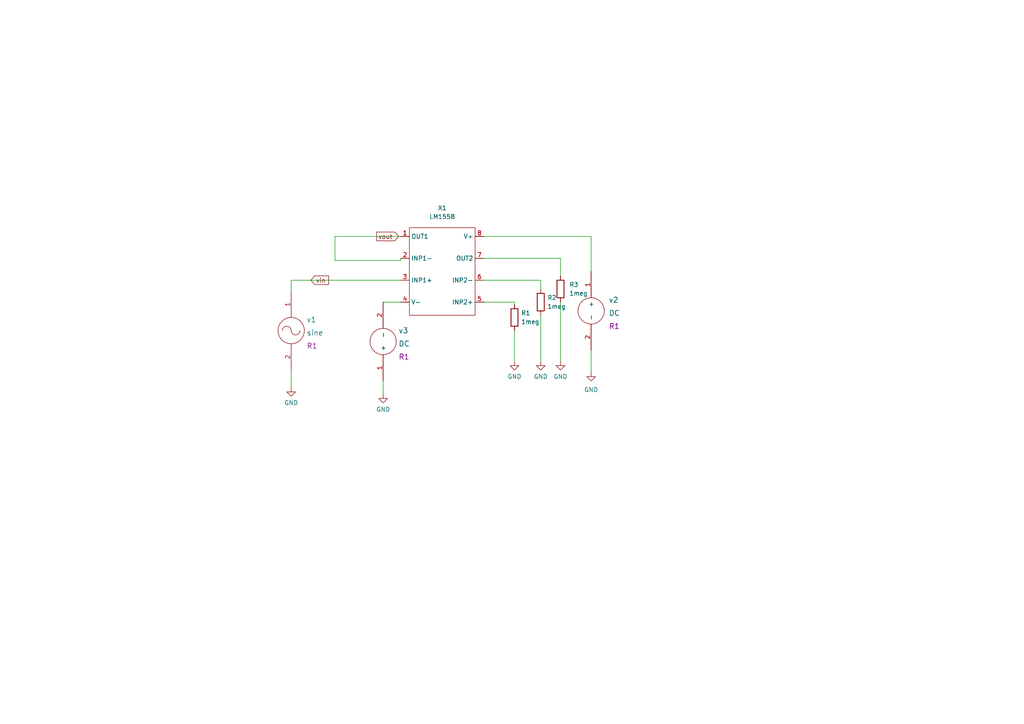
<source format=kicad_sch>
(kicad_sch (version 20211123) (generator eeschema)

  (uuid 28bf57c2-8782-45f5-ad81-5c1f4fd5bc77)

  (paper "A4")

  (lib_symbols
    (symbol "eSim_Devices:resistor" (pin_numbers hide) (pin_names (offset 0)) (in_bom yes) (on_board yes)
      (property "Reference" "R" (id 0) (at 1.27 3.302 0)
        (effects (font (size 1.27 1.27)))
      )
      (property "Value" "resistor" (id 1) (at 1.27 -1.27 0)
        (effects (font (size 1.27 1.27)))
      )
      (property "Footprint" "" (id 2) (at 1.27 -0.508 0)
        (effects (font (size 0.762 0.762)))
      )
      (property "Datasheet" "" (id 3) (at 1.27 1.27 90)
        (effects (font (size 0.762 0.762)))
      )
      (property "ki_fp_filters" "R_* Resistor_*" (id 4) (at 0 0 0)
        (effects (font (size 1.27 1.27)) hide)
      )
      (symbol "resistor_0_1"
        (rectangle (start 3.81 0.254) (end -1.27 2.286)
          (stroke (width 0.254) (type default) (color 0 0 0 0))
          (fill (type none))
        )
      )
      (symbol "resistor_1_1"
        (pin passive line (at -2.54 1.27 0) (length 1.27)
          (name "~" (effects (font (size 1.524 1.524))))
          (number "1" (effects (font (size 1.524 1.524))))
        )
        (pin passive line (at 5.08 1.27 180) (length 1.27)
          (name "~" (effects (font (size 1.524 1.524))))
          (number "2" (effects (font (size 1.524 1.524))))
        )
      )
    )
    (symbol "eSim_Power:eSim_GND" (power) (pin_names (offset 0)) (in_bom yes) (on_board yes)
      (property "Reference" "#PWR" (id 0) (at 0 -6.35 0)
        (effects (font (size 1.27 1.27)) hide)
      )
      (property "Value" "eSim_GND" (id 1) (at 0 -3.81 0)
        (effects (font (size 1.27 1.27)))
      )
      (property "Footprint" "" (id 2) (at 0 0 0)
        (effects (font (size 1.27 1.27)) hide)
      )
      (property "Datasheet" "" (id 3) (at 0 0 0)
        (effects (font (size 1.27 1.27)) hide)
      )
      (symbol "eSim_GND_0_1"
        (polyline
          (pts
            (xy 0 0)
            (xy 0 -1.27)
            (xy 1.27 -1.27)
            (xy 0 -2.54)
            (xy -1.27 -1.27)
            (xy 0 -1.27)
          )
          (stroke (width 0) (type default) (color 0 0 0 0))
          (fill (type none))
        )
      )
      (symbol "eSim_GND_1_1"
        (pin power_in line (at 0 0 270) (length 0) hide
          (name "GND" (effects (font (size 1.27 1.27))))
          (number "1" (effects (font (size 1.27 1.27))))
        )
      )
    )
    (symbol "eSim_Sources:DC" (pin_names (offset 1.016)) (in_bom yes) (on_board yes)
      (property "Reference" "v" (id 0) (at -5.08 2.54 0)
        (effects (font (size 1.524 1.524)))
      )
      (property "Value" "DC" (id 1) (at -5.08 -1.27 0)
        (effects (font (size 1.524 1.524)))
      )
      (property "Footprint" "R1" (id 2) (at -7.62 0 0)
        (effects (font (size 1.524 1.524)))
      )
      (property "Datasheet" "" (id 3) (at 0 0 0)
        (effects (font (size 1.524 1.524)))
      )
      (property "ki_fp_filters" "1_pin" (id 4) (at 0 0 0)
        (effects (font (size 1.27 1.27)) hide)
      )
      (symbol "DC_0_1"
        (circle (center 0 0) (radius 3.81)
          (stroke (width 0) (type default) (color 0 0 0 0))
          (fill (type none))
        )
      )
      (symbol "DC_1_1"
        (pin power_out line (at 0 11.43 270) (length 7.62)
          (name "+" (effects (font (size 1.27 1.27))))
          (number "1" (effects (font (size 1.27 1.27))))
        )
        (pin power_out line (at 0 -11.43 90) (length 7.62)
          (name "-" (effects (font (size 1.27 1.27))))
          (number "2" (effects (font (size 1.27 1.27))))
        )
      )
    )
    (symbol "eSim_Sources:sine" (pin_names (offset 1.016)) (in_bom yes) (on_board yes)
      (property "Reference" "v" (id 0) (at -5.08 2.54 0)
        (effects (font (size 1.524 1.524)))
      )
      (property "Value" "sine" (id 1) (at -5.08 -1.27 0)
        (effects (font (size 1.524 1.524)))
      )
      (property "Footprint" "R1" (id 2) (at -7.62 0 0)
        (effects (font (size 1.524 1.524)))
      )
      (property "Datasheet" "" (id 3) (at 0 0 0)
        (effects (font (size 1.524 1.524)))
      )
      (property "ki_fp_filters" "1_pin" (id 4) (at 0 0 0)
        (effects (font (size 1.27 1.27)) hide)
      )
      (symbol "sine_0_1"
        (arc (start 0 0) (mid -1.27 1.27) (end -2.54 0)
          (stroke (width 0) (type default) (color 0 0 0 0))
          (fill (type none))
        )
        (arc (start 0 0) (mid 1.27 -1.27) (end 2.54 0)
          (stroke (width 0) (type default) (color 0 0 0 0))
          (fill (type none))
        )
        (circle (center 0 0) (radius 3.81)
          (stroke (width 0) (type default) (color 0 0 0 0))
          (fill (type none))
        )
      )
      (symbol "sine_1_1"
        (pin input line (at 0 11.43 270) (length 7.62)
          (name "+" (effects (font (size 0 0))))
          (number "1" (effects (font (size 1.27 1.27))))
        )
        (pin input line (at 0 -11.43 90) (length 7.62)
          (name "-" (effects (font (size 0 0))))
          (number "2" (effects (font (size 1.27 1.27))))
        )
      )
    )
    (symbol "eSim_Subckt:LM1558" (in_bom yes) (on_board yes)
      (property "Reference" "X" (id 0) (at 0 -2.54 0)
        (effects (font (size 1.27 1.27)))
      )
      (property "Value" "LM1558" (id 1) (at 0 0 0)
        (effects (font (size 1.27 1.27)))
      )
      (property "Footprint" "" (id 2) (at 0 0 0)
        (effects (font (size 1.27 1.27)) hide)
      )
      (property "Datasheet" "" (id 3) (at 0 0 0)
        (effects (font (size 1.27 1.27)) hide)
      )
      (symbol "LM1558_0_1"
        (rectangle (start -9.525 6.35) (end 9.525 -19.05)
          (stroke (width 0) (type default) (color 0 0 0 0))
          (fill (type none))
        )
      )
      (symbol "LM1558_1_1"
        (pin passive line (at -12.065 3.81 0) (length 2.54)
          (name "OUT1" (effects (font (size 1.27 1.27))))
          (number "1" (effects (font (size 1.27 1.27))))
        )
        (pin passive line (at -12.065 -2.54 0) (length 2.54)
          (name "INP1-" (effects (font (size 1.27 1.27))))
          (number "2" (effects (font (size 1.27 1.27))))
        )
        (pin passive line (at -12.065 -8.89 0) (length 2.54)
          (name "INP1+" (effects (font (size 1.27 1.27))))
          (number "3" (effects (font (size 1.27 1.27))))
        )
        (pin power_in line (at -12.065 -15.24 0) (length 2.54)
          (name "V-" (effects (font (size 1.27 1.27))))
          (number "4" (effects (font (size 1.27 1.27))))
        )
        (pin passive line (at 12.065 -15.24 180) (length 2.54)
          (name "INP2+" (effects (font (size 1.27 1.27))))
          (number "5" (effects (font (size 1.27 1.27))))
        )
        (pin passive line (at 12.065 -8.89 180) (length 2.54)
          (name "INP2-" (effects (font (size 1.27 1.27))))
          (number "6" (effects (font (size 1.27 1.27))))
        )
        (pin passive line (at 12.065 -2.54 180) (length 2.54)
          (name "OUT2" (effects (font (size 1.27 1.27))))
          (number "7" (effects (font (size 1.27 1.27))))
        )
        (pin power_in line (at 12.065 3.81 180) (length 2.54)
          (name "V+" (effects (font (size 1.27 1.27))))
          (number "8" (effects (font (size 1.27 1.27))))
        )
      )
    )
  )


  (wire (pts (xy 111.125 110.49) (xy 111.125 114.3))
    (stroke (width 0) (type default) (color 0 0 0 0))
    (uuid 18ecd037-a6bb-49c4-b0f4-19475cf397c1)
  )
  (wire (pts (xy 140.335 81.28) (xy 156.845 81.28))
    (stroke (width 0) (type default) (color 0 0 0 0))
    (uuid 416b6e8a-d280-48c8-b89b-2f0983de3934)
  )
  (wire (pts (xy 97.155 75.565) (xy 97.155 68.58))
    (stroke (width 0) (type default) (color 0 0 0 0))
    (uuid 4ab7e286-b634-40f7-84fc-21c6a21797f2)
  )
  (wire (pts (xy 171.45 101.6) (xy 171.45 107.95))
    (stroke (width 0) (type default) (color 0 0 0 0))
    (uuid 52edad35-6bf6-43f1-a1b9-55b7cf9c9a77)
  )
  (wire (pts (xy 140.335 87.63) (xy 149.225 87.63))
    (stroke (width 0) (type default) (color 0 0 0 0))
    (uuid 5b0101e8-0855-4809-9c69-3618c00c5196)
  )
  (wire (pts (xy 149.225 95.885) (xy 149.225 104.775))
    (stroke (width 0) (type default) (color 0 0 0 0))
    (uuid 5b049c5c-18c6-4ee8-9613-1074c2500001)
  )
  (wire (pts (xy 111.125 87.63) (xy 116.205 87.63))
    (stroke (width 0) (type default) (color 0 0 0 0))
    (uuid 634d895a-2aeb-4567-a134-3f4054af5100)
  )
  (wire (pts (xy 116.205 75.565) (xy 116.205 74.93))
    (stroke (width 0) (type default) (color 0 0 0 0))
    (uuid 803512c3-209a-45aa-96e9-b4cf4b7524b5)
  )
  (wire (pts (xy 140.335 74.93) (xy 162.56 74.93))
    (stroke (width 0) (type default) (color 0 0 0 0))
    (uuid 891e146f-8620-4294-8059-a59422ca5efd)
  )
  (wire (pts (xy 97.155 68.58) (xy 116.205 68.58))
    (stroke (width 0) (type default) (color 0 0 0 0))
    (uuid 8c64290a-017c-4584-b24a-fd11e6eda038)
  )
  (wire (pts (xy 84.455 81.28) (xy 116.205 81.28))
    (stroke (width 0) (type default) (color 0 0 0 0))
    (uuid 8d1729ce-afa3-4bd0-b06b-bba16a714b5a)
  )
  (wire (pts (xy 84.455 107.315) (xy 84.455 112.395))
    (stroke (width 0) (type default) (color 0 0 0 0))
    (uuid 9b0db146-b058-4c58-a915-2fc19635669c)
  )
  (wire (pts (xy 156.845 81.28) (xy 156.845 83.82))
    (stroke (width 0) (type default) (color 0 0 0 0))
    (uuid a191d1b2-d20e-4dc8-8be6-c0553475472f)
  )
  (wire (pts (xy 84.455 81.28) (xy 84.455 84.455))
    (stroke (width 0) (type default) (color 0 0 0 0))
    (uuid a640bfdd-6ad5-4eb1-ab39-6cbbffc103dd)
  )
  (wire (pts (xy 97.155 75.565) (xy 116.205 75.565))
    (stroke (width 0) (type default) (color 0 0 0 0))
    (uuid ab70a83e-c6ce-425d-976f-550054742430)
  )
  (wire (pts (xy 171.45 78.74) (xy 171.45 68.58))
    (stroke (width 0) (type default) (color 0 0 0 0))
    (uuid ad9ce5b1-1825-44e6-8ea8-9833bb582e4f)
  )
  (wire (pts (xy 156.845 91.44) (xy 156.845 104.775))
    (stroke (width 0) (type default) (color 0 0 0 0))
    (uuid c1a81e5c-138f-474e-9820-8a7422fe215f)
  )
  (wire (pts (xy 171.45 68.58) (xy 140.335 68.58))
    (stroke (width 0) (type default) (color 0 0 0 0))
    (uuid e61f35a7-b3a1-4344-b12f-583d6d65f1ae)
  )
  (wire (pts (xy 149.225 87.63) (xy 149.225 88.265))
    (stroke (width 0) (type default) (color 0 0 0 0))
    (uuid e6ff7ba8-bae5-4727-a86e-4198d22dc3b2)
  )
  (wire (pts (xy 162.56 87.63) (xy 162.56 104.775))
    (stroke (width 0) (type default) (color 0 0 0 0))
    (uuid ed0864bc-ef30-43b6-8003-f07b54e9f7a5)
  )
  (wire (pts (xy 162.56 74.93) (xy 162.56 80.01))
    (stroke (width 0) (type default) (color 0 0 0 0))
    (uuid ee5b9e9d-575e-4e6e-9548-f50b2343227c)
  )

  (global_label "vin" (shape input) (at 90.17 81.28 0) (fields_autoplaced)
    (effects (font (size 1.27 1.27)) (justify left))
    (uuid 48897bf1-a957-4fe0-a38d-0c935c339b3c)
    (property "Intersheet References" "${INTERSHEET_REFS}" (id 0) (at 95.3045 81.2006 0)
      (effects (font (size 1.27 1.27)) (justify left) hide)
    )
  )
  (global_label "vout" (shape output) (at 109.22 68.58 0) (fields_autoplaced)
    (effects (font (size 1.27 1.27)) (justify left))
    (uuid f7c4b9d6-bac7-45e1-b73d-7e0ae2e87fa2)
    (property "Intersheet References" "${INTERSHEET_REFS}" (id 0) (at 115.6245 68.5006 0)
      (effects (font (size 1.27 1.27)) (justify left) hide)
    )
  )

  (symbol (lib_id "eSim_Power:eSim_GND") (at 156.845 104.775 0) (unit 1)
    (in_bom yes) (on_board yes) (fields_autoplaced)
    (uuid 19b3b23c-6569-4658-a925-c1e3c042d55b)
    (property "Reference" "#PWR04" (id 0) (at 156.845 111.125 0)
      (effects (font (size 1.27 1.27)) hide)
    )
    (property "Value" "eSim_GND" (id 1) (at 156.845 109.22 0))
    (property "Footprint" "" (id 2) (at 156.845 104.775 0)
      (effects (font (size 1.27 1.27)) hide)
    )
    (property "Datasheet" "" (id 3) (at 156.845 104.775 0)
      (effects (font (size 1.27 1.27)) hide)
    )
    (pin "1" (uuid f7203524-d0b2-4214-a5d9-e669b09c6f95))
  )

  (symbol (lib_id "eSim_Devices:resistor") (at 158.115 88.9 90) (unit 1)
    (in_bom yes) (on_board yes) (fields_autoplaced)
    (uuid 2694f912-c5be-4d09-8863-ad830aa3f079)
    (property "Reference" "R2" (id 0) (at 158.75 86.3599 90)
      (effects (font (size 1.27 1.27)) (justify right))
    )
    (property "Value" "1meg" (id 1) (at 158.75 88.8999 90)
      (effects (font (size 1.27 1.27)) (justify right))
    )
    (property "Footprint" "" (id 2) (at 158.623 87.63 0)
      (effects (font (size 0.762 0.762)))
    )
    (property "Datasheet" "" (id 3) (at 156.845 87.63 90)
      (effects (font (size 0.762 0.762)))
    )
    (property "Spice_Primitive" "R" (id 4) (at 158.115 88.9 0)
      (effects (font (size 1.27 1.27)) hide)
    )
    (property "Spice_Model" "1meg" (id 5) (at 158.115 88.9 0)
      (effects (font (size 1.27 1.27)) hide)
    )
    (property "Spice_Netlist_Enabled" "Y" (id 6) (at 158.115 88.9 0)
      (effects (font (size 1.27 1.27)) hide)
    )
    (pin "1" (uuid 268c55f7-9f63-4a4c-ab09-a15171bb1900))
    (pin "2" (uuid 420e46eb-dc51-457a-9c0b-6a85682d8ef8))
  )

  (symbol (lib_id "eSim_Power:eSim_GND") (at 84.455 112.395 0) (unit 1)
    (in_bom yes) (on_board yes) (fields_autoplaced)
    (uuid 401ab62b-cd04-4689-8a18-1af0a6a43568)
    (property "Reference" "#PWR01" (id 0) (at 84.455 118.745 0)
      (effects (font (size 1.27 1.27)) hide)
    )
    (property "Value" "eSim_GND" (id 1) (at 84.455 116.84 0))
    (property "Footprint" "" (id 2) (at 84.455 112.395 0)
      (effects (font (size 1.27 1.27)) hide)
    )
    (property "Datasheet" "" (id 3) (at 84.455 112.395 0)
      (effects (font (size 1.27 1.27)) hide)
    )
    (pin "1" (uuid 3c687205-6bab-468b-9ada-b48b84744c3e))
  )

  (symbol (lib_id "eSim_Power:eSim_GND") (at 149.225 104.775 0) (unit 1)
    (in_bom yes) (on_board yes) (fields_autoplaced)
    (uuid 47cb2cce-2094-4d9b-85b1-4f8bac240b0e)
    (property "Reference" "#PWR03" (id 0) (at 149.225 111.125 0)
      (effects (font (size 1.27 1.27)) hide)
    )
    (property "Value" "eSim_GND" (id 1) (at 149.225 109.22 0))
    (property "Footprint" "" (id 2) (at 149.225 104.775 0)
      (effects (font (size 1.27 1.27)) hide)
    )
    (property "Datasheet" "" (id 3) (at 149.225 104.775 0)
      (effects (font (size 1.27 1.27)) hide)
    )
    (pin "1" (uuid ad9b2023-c6a7-4d66-b0e5-37fa29f823be))
  )

  (symbol (lib_id "eSim_Devices:resistor") (at 150.495 93.345 90) (unit 1)
    (in_bom yes) (on_board yes) (fields_autoplaced)
    (uuid 5c0eea7b-afa0-43d0-b799-7604b6ae08a6)
    (property "Reference" "R1" (id 0) (at 151.13 90.8049 90)
      (effects (font (size 1.27 1.27)) (justify right))
    )
    (property "Value" "1meg" (id 1) (at 151.13 93.3449 90)
      (effects (font (size 1.27 1.27)) (justify right))
    )
    (property "Footprint" "" (id 2) (at 151.003 92.075 0)
      (effects (font (size 0.762 0.762)))
    )
    (property "Datasheet" "" (id 3) (at 149.225 92.075 90)
      (effects (font (size 0.762 0.762)))
    )
    (property "Spice_Primitive" "R" (id 4) (at 150.495 93.345 0)
      (effects (font (size 1.27 1.27)) hide)
    )
    (property "Spice_Model" "1meg" (id 5) (at 150.495 93.345 0)
      (effects (font (size 1.27 1.27)) hide)
    )
    (property "Spice_Netlist_Enabled" "Y" (id 6) (at 150.495 93.345 0)
      (effects (font (size 1.27 1.27)) hide)
    )
    (pin "1" (uuid 1c92c5dc-59af-4237-a89c-761125f5ffbf))
    (pin "2" (uuid 5ee64cd2-e9b5-4807-b53c-3d073b586677))
  )

  (symbol (lib_id "eSim_Devices:resistor") (at 163.83 85.09 90) (unit 1)
    (in_bom yes) (on_board yes) (fields_autoplaced)
    (uuid 5f1cf706-4234-436e-93fa-460e61710fe5)
    (property "Reference" "R3" (id 0) (at 165.1 82.5499 90)
      (effects (font (size 1.27 1.27)) (justify right))
    )
    (property "Value" "1meg" (id 1) (at 165.1 85.0899 90)
      (effects (font (size 1.27 1.27)) (justify right))
    )
    (property "Footprint" "" (id 2) (at 164.338 83.82 0)
      (effects (font (size 0.762 0.762)))
    )
    (property "Datasheet" "" (id 3) (at 162.56 83.82 90)
      (effects (font (size 0.762 0.762)))
    )
    (property "Spice_Primitive" "R" (id 4) (at 163.83 85.09 0)
      (effects (font (size 1.27 1.27)) hide)
    )
    (property "Spice_Model" "1meg" (id 5) (at 163.83 85.09 0)
      (effects (font (size 1.27 1.27)) hide)
    )
    (property "Spice_Netlist_Enabled" "Y" (id 6) (at 163.83 85.09 0)
      (effects (font (size 1.27 1.27)) hide)
    )
    (pin "1" (uuid 204d0af4-03b1-498b-afb5-e8dfec2e8570))
    (pin "2" (uuid da36be04-df53-4d18-a8e9-284f8c5b197c))
  )

  (symbol (lib_id "eSim_Power:eSim_GND") (at 171.45 107.95 0) (unit 1)
    (in_bom yes) (on_board yes) (fields_autoplaced)
    (uuid 8f4c8aa7-55a2-4e34-89ff-6119216a96d9)
    (property "Reference" "#PWR06" (id 0) (at 171.45 114.3 0)
      (effects (font (size 1.27 1.27)) hide)
    )
    (property "Value" "eSim_GND" (id 1) (at 171.45 113.03 0))
    (property "Footprint" "" (id 2) (at 171.45 107.95 0)
      (effects (font (size 1.27 1.27)) hide)
    )
    (property "Datasheet" "" (id 3) (at 171.45 107.95 0)
      (effects (font (size 1.27 1.27)) hide)
    )
    (pin "1" (uuid 8d76e514-787b-436a-9e6a-cc98f005faaa))
  )

  (symbol (lib_id "eSim_Sources:sine") (at 84.455 95.885 0) (unit 1)
    (in_bom yes) (on_board yes) (fields_autoplaced)
    (uuid 92c7acef-0a2f-4263-bcad-5ad8f78eb01f)
    (property "Reference" "v1" (id 0) (at 88.9 92.71 0)
      (effects (font (size 1.524 1.524)) (justify left))
    )
    (property "Value" "sine" (id 1) (at 88.9 96.52 0)
      (effects (font (size 1.524 1.524)) (justify left))
    )
    (property "Footprint" "R1" (id 2) (at 88.9 100.33 0)
      (effects (font (size 1.524 1.524)) (justify left))
    )
    (property "Datasheet" "" (id 3) (at 84.455 95.885 0)
      (effects (font (size 1.524 1.524)))
    )
    (property "Spice_Primitive" "V" (id 4) (at 84.455 95.885 0)
      (effects (font (size 1.27 1.27)) hide)
    )
    (property "Spice_Model" "sin(2.5 1.0 1k)" (id 5) (at 84.455 95.885 0)
      (effects (font (size 1.27 1.27)) hide)
    )
    (property "Spice_Netlist_Enabled" "Y" (id 6) (at 84.455 95.885 0)
      (effects (font (size 1.27 1.27)) hide)
    )
    (pin "1" (uuid 28d83df8-37d9-49a0-9b47-3fbbd4a8628c))
    (pin "2" (uuid d2dd2a8f-ee2c-42c6-b53d-a2020b4eb3be))
  )

  (symbol (lib_id "eSim_Power:eSim_GND") (at 162.56 104.775 0) (unit 1)
    (in_bom yes) (on_board yes) (fields_autoplaced)
    (uuid 9f3459cc-727e-48c1-9436-17d73ca2f99d)
    (property "Reference" "#PWR05" (id 0) (at 162.56 111.125 0)
      (effects (font (size 1.27 1.27)) hide)
    )
    (property "Value" "eSim_GND" (id 1) (at 162.56 109.22 0))
    (property "Footprint" "" (id 2) (at 162.56 104.775 0)
      (effects (font (size 1.27 1.27)) hide)
    )
    (property "Datasheet" "" (id 3) (at 162.56 104.775 0)
      (effects (font (size 1.27 1.27)) hide)
    )
    (pin "1" (uuid 924280ae-b4b5-4b6c-a0d7-8f3b23d17e33))
  )

  (symbol (lib_id "eSim_Sources:DC") (at 171.45 90.17 0) (unit 1)
    (in_bom yes) (on_board yes) (fields_autoplaced)
    (uuid a790126c-0f9e-4426-af12-7869b9a71823)
    (property "Reference" "v2" (id 0) (at 176.53 86.995 0)
      (effects (font (size 1.524 1.524)) (justify left))
    )
    (property "Value" "DC" (id 1) (at 176.53 90.805 0)
      (effects (font (size 1.524 1.524)) (justify left))
    )
    (property "Footprint" "R1" (id 2) (at 176.53 94.615 0)
      (effects (font (size 1.524 1.524)) (justify left))
    )
    (property "Datasheet" "" (id 3) (at 171.45 90.17 0)
      (effects (font (size 1.524 1.524)))
    )
    (pin "1" (uuid a10d0f81-52d5-487a-a5aa-ae98f483e558))
    (pin "2" (uuid 152cdc60-d733-410f-8335-1de65d7749fd))
  )

  (symbol (lib_id "eSim_Power:eSim_GND") (at 111.125 114.3 0) (unit 1)
    (in_bom yes) (on_board yes) (fields_autoplaced)
    (uuid db178c1b-45ab-456d-8db9-5c7e3910ac3f)
    (property "Reference" "#PWR02" (id 0) (at 111.125 120.65 0)
      (effects (font (size 1.27 1.27)) hide)
    )
    (property "Value" "eSim_GND" (id 1) (at 111.125 118.745 0))
    (property "Footprint" "" (id 2) (at 111.125 114.3 0)
      (effects (font (size 1.27 1.27)) hide)
    )
    (property "Datasheet" "" (id 3) (at 111.125 114.3 0)
      (effects (font (size 1.27 1.27)) hide)
    )
    (pin "1" (uuid 60c52fd3-439a-46fd-b710-a5d7b0ee3cf4))
  )

  (symbol (lib_id "eSim_Subckt:LM1558") (at 128.27 72.39 0) (unit 1)
    (in_bom yes) (on_board yes) (fields_autoplaced)
    (uuid e0d9cd3e-6d92-4fe9-92f8-fe45f222d3b7)
    (property "Reference" "X1" (id 0) (at 128.27 60.325 0))
    (property "Value" "LM1558" (id 1) (at 128.27 62.865 0))
    (property "Footprint" "" (id 2) (at 128.27 72.39 0)
      (effects (font (size 1.27 1.27)) hide)
    )
    (property "Datasheet" "" (id 3) (at 128.27 72.39 0)
      (effects (font (size 1.27 1.27)) hide)
    )
    (pin "1" (uuid 4566e042-c106-437d-89cb-ed39489711c8))
    (pin "2" (uuid e0c67984-1e05-4282-89b3-04806995c449))
    (pin "3" (uuid 24aa246b-6463-4f13-ae77-09ea9f5cb616))
    (pin "4" (uuid 656ca6ff-79d0-43e2-9638-bb4c6c7ed42d))
    (pin "5" (uuid 3f65220a-84e2-4960-82f2-8d25677e40c5))
    (pin "6" (uuid 32b88915-44bc-4833-b2d0-c808fa1446a8))
    (pin "7" (uuid 4fba56dd-1f88-45f9-996f-e829654584fb))
    (pin "8" (uuid 28a71934-bc86-4aad-89fc-fb085a7c1b54))
  )

  (symbol (lib_id "eSim_Sources:DC") (at 111.125 99.06 180) (unit 1)
    (in_bom yes) (on_board yes) (fields_autoplaced)
    (uuid f411aff2-19c2-421f-aedd-82e0230f8348)
    (property "Reference" "v3" (id 0) (at 115.57 95.885 0)
      (effects (font (size 1.524 1.524)) (justify right))
    )
    (property "Value" "DC" (id 1) (at 115.57 99.695 0)
      (effects (font (size 1.524 1.524)) (justify right))
    )
    (property "Footprint" "R1" (id 2) (at 115.57 103.505 0)
      (effects (font (size 1.524 1.524)) (justify right))
    )
    (property "Datasheet" "" (id 3) (at 111.125 99.06 0)
      (effects (font (size 1.524 1.524)))
    )
    (pin "1" (uuid 4449b187-4731-4438-8b78-9dceffdd16e5))
    (pin "2" (uuid 42408653-cd66-4b37-97e1-d583eac43153))
  )

  (sheet_instances
    (path "/" (page "1"))
  )

  (symbol_instances
    (path "/401ab62b-cd04-4689-8a18-1af0a6a43568"
      (reference "#PWR01") (unit 1) (value "eSim_GND") (footprint "")
    )
    (path "/db178c1b-45ab-456d-8db9-5c7e3910ac3f"
      (reference "#PWR02") (unit 1) (value "eSim_GND") (footprint "")
    )
    (path "/47cb2cce-2094-4d9b-85b1-4f8bac240b0e"
      (reference "#PWR03") (unit 1) (value "eSim_GND") (footprint "")
    )
    (path "/19b3b23c-6569-4658-a925-c1e3c042d55b"
      (reference "#PWR04") (unit 1) (value "eSim_GND") (footprint "")
    )
    (path "/9f3459cc-727e-48c1-9436-17d73ca2f99d"
      (reference "#PWR05") (unit 1) (value "eSim_GND") (footprint "")
    )
    (path "/8f4c8aa7-55a2-4e34-89ff-6119216a96d9"
      (reference "#PWR06") (unit 1) (value "eSim_GND") (footprint "")
    )
    (path "/5c0eea7b-afa0-43d0-b799-7604b6ae08a6"
      (reference "R1") (unit 1) (value "1meg") (footprint "")
    )
    (path "/2694f912-c5be-4d09-8863-ad830aa3f079"
      (reference "R2") (unit 1) (value "1meg") (footprint "")
    )
    (path "/5f1cf706-4234-436e-93fa-460e61710fe5"
      (reference "R3") (unit 1) (value "1meg") (footprint "")
    )
    (path "/e0d9cd3e-6d92-4fe9-92f8-fe45f222d3b7"
      (reference "X1") (unit 1) (value "LM1558") (footprint "")
    )
    (path "/92c7acef-0a2f-4263-bcad-5ad8f78eb01f"
      (reference "v1") (unit 1) (value "sine") (footprint "R1")
    )
    (path "/a790126c-0f9e-4426-af12-7869b9a71823"
      (reference "v2") (unit 1) (value "DC") (footprint "R1")
    )
    (path "/f411aff2-19c2-421f-aedd-82e0230f8348"
      (reference "v3") (unit 1) (value "DC") (footprint "R1")
    )
  )
)

</source>
